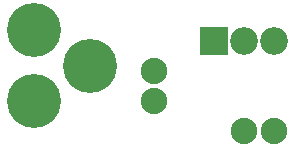
<source format=gbs>
G04 MADE WITH FRITZING*
G04 WWW.FRITZING.ORG*
G04 DOUBLE SIDED*
G04 HOLES PLATED*
G04 CONTOUR ON CENTER OF CONTOUR VECTOR*
%ASAXBY*%
%FSLAX23Y23*%
%MOIN*%
%OFA0B0*%
%SFA1.0B1.0*%
%ADD10C,0.092000*%
%ADD11C,0.088000*%
%ADD12C,0.180000*%
%ADD13R,0.092000X0.092000*%
%LNMASK0*%
G90*
G70*
G54D10*
X861Y626D03*
X961Y626D03*
X1061Y626D03*
G54D11*
X1061Y326D03*
X961Y326D03*
X661Y526D03*
X661Y426D03*
G54D12*
X261Y662D03*
X261Y426D03*
X446Y544D03*
G54D13*
X861Y626D03*
G04 End of Mask0*
M02*
</source>
